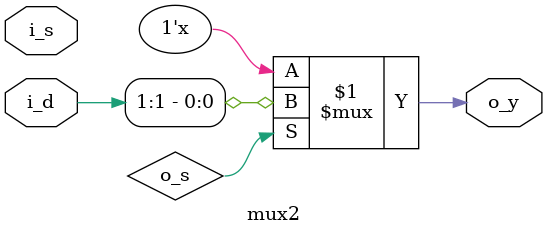
<source format=v>
module mux2 (
    input wire [1:0] i_d,
    input wire i_s,

    output o_y
);

assign o_y = o_s ? i_d[1] : i_d[2];

endmodule
</source>
